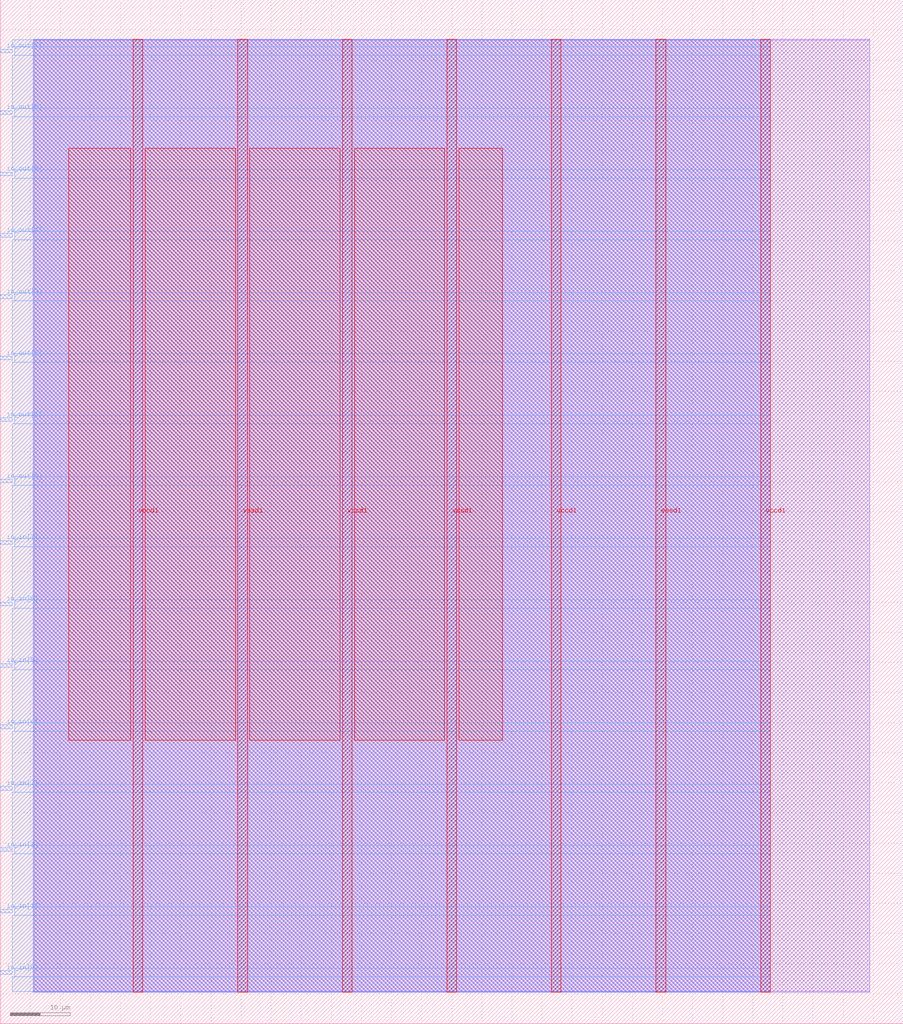
<source format=lef>
VERSION 5.7 ;
  NOWIREEXTENSIONATPIN ON ;
  DIVIDERCHAR "/" ;
  BUSBITCHARS "[]" ;
MACRO regymm_mcpi
  CLASS BLOCK ;
  FOREIGN regymm_mcpi ;
  ORIGIN 0.000 0.000 ;
  SIZE 150.000 BY 170.000 ;
  PIN io_in[0]
    DIRECTION INPUT ;
    USE SIGNAL ;
    PORT
      LAYER met3 ;
        RECT 0.000 8.200 2.000 8.800 ;
    END
  END io_in[0]
  PIN io_in[1]
    DIRECTION INPUT ;
    USE SIGNAL ;
    PORT
      LAYER met3 ;
        RECT 0.000 18.400 2.000 19.000 ;
    END
  END io_in[1]
  PIN io_in[2]
    DIRECTION INPUT ;
    USE SIGNAL ;
    PORT
      LAYER met3 ;
        RECT 0.000 28.600 2.000 29.200 ;
    END
  END io_in[2]
  PIN io_in[3]
    DIRECTION INPUT ;
    USE SIGNAL ;
    PORT
      LAYER met3 ;
        RECT 0.000 38.800 2.000 39.400 ;
    END
  END io_in[3]
  PIN io_in[4]
    DIRECTION INPUT ;
    USE SIGNAL ;
    PORT
      LAYER met3 ;
        RECT 0.000 49.000 2.000 49.600 ;
    END
  END io_in[4]
  PIN io_in[5]
    DIRECTION INPUT ;
    USE SIGNAL ;
    PORT
      LAYER met3 ;
        RECT 0.000 59.200 2.000 59.800 ;
    END
  END io_in[5]
  PIN io_in[6]
    DIRECTION INPUT ;
    USE SIGNAL ;
    PORT
      LAYER met3 ;
        RECT 0.000 69.400 2.000 70.000 ;
    END
  END io_in[6]
  PIN io_in[7]
    DIRECTION INPUT ;
    USE SIGNAL ;
    PORT
      LAYER met3 ;
        RECT 0.000 79.600 2.000 80.200 ;
    END
  END io_in[7]
  PIN io_out[0]
    DIRECTION OUTPUT TRISTATE ;
    USE SIGNAL ;
    PORT
      LAYER met3 ;
        RECT 0.000 89.800 2.000 90.400 ;
    END
  END io_out[0]
  PIN io_out[1]
    DIRECTION OUTPUT TRISTATE ;
    USE SIGNAL ;
    PORT
      LAYER met3 ;
        RECT 0.000 100.000 2.000 100.600 ;
    END
  END io_out[1]
  PIN io_out[2]
    DIRECTION OUTPUT TRISTATE ;
    USE SIGNAL ;
    PORT
      LAYER met3 ;
        RECT 0.000 110.200 2.000 110.800 ;
    END
  END io_out[2]
  PIN io_out[3]
    DIRECTION OUTPUT TRISTATE ;
    USE SIGNAL ;
    PORT
      LAYER met3 ;
        RECT 0.000 120.400 2.000 121.000 ;
    END
  END io_out[3]
  PIN io_out[4]
    DIRECTION OUTPUT TRISTATE ;
    USE SIGNAL ;
    PORT
      LAYER met3 ;
        RECT 0.000 130.600 2.000 131.200 ;
    END
  END io_out[4]
  PIN io_out[5]
    DIRECTION OUTPUT TRISTATE ;
    USE SIGNAL ;
    PORT
      LAYER met3 ;
        RECT 0.000 140.800 2.000 141.400 ;
    END
  END io_out[5]
  PIN io_out[6]
    DIRECTION OUTPUT TRISTATE ;
    USE SIGNAL ;
    PORT
      LAYER met3 ;
        RECT 0.000 151.000 2.000 151.600 ;
    END
  END io_out[6]
  PIN io_out[7]
    DIRECTION OUTPUT TRISTATE ;
    USE SIGNAL ;
    PORT
      LAYER met3 ;
        RECT 0.000 161.200 2.000 161.800 ;
    END
  END io_out[7]
  PIN vccd1
    DIRECTION INOUT ;
    USE POWER ;
    PORT
      LAYER met4 ;
        RECT 22.090 5.200 23.690 163.440 ;
    END
    PORT
      LAYER met4 ;
        RECT 56.830 5.200 58.430 163.440 ;
    END
    PORT
      LAYER met4 ;
        RECT 91.570 5.200 93.170 163.440 ;
    END
    PORT
      LAYER met4 ;
        RECT 126.310 5.200 127.910 163.440 ;
    END
  END vccd1
  PIN vssd1
    DIRECTION INOUT ;
    USE GROUND ;
    PORT
      LAYER met4 ;
        RECT 39.460 5.200 41.060 163.440 ;
    END
    PORT
      LAYER met4 ;
        RECT 74.200 5.200 75.800 163.440 ;
    END
    PORT
      LAYER met4 ;
        RECT 108.940 5.200 110.540 163.440 ;
    END
  END vssd1
  OBS
      LAYER li1 ;
        RECT 5.520 5.355 144.440 163.285 ;
      LAYER met1 ;
        RECT 5.520 5.200 144.440 163.440 ;
      LAYER met2 ;
        RECT 5.620 5.255 127.880 163.385 ;
      LAYER met3 ;
        RECT 2.000 162.200 127.900 163.365 ;
        RECT 2.400 160.800 127.900 162.200 ;
        RECT 2.000 152.000 127.900 160.800 ;
        RECT 2.400 150.600 127.900 152.000 ;
        RECT 2.000 141.800 127.900 150.600 ;
        RECT 2.400 140.400 127.900 141.800 ;
        RECT 2.000 131.600 127.900 140.400 ;
        RECT 2.400 130.200 127.900 131.600 ;
        RECT 2.000 121.400 127.900 130.200 ;
        RECT 2.400 120.000 127.900 121.400 ;
        RECT 2.000 111.200 127.900 120.000 ;
        RECT 2.400 109.800 127.900 111.200 ;
        RECT 2.000 101.000 127.900 109.800 ;
        RECT 2.400 99.600 127.900 101.000 ;
        RECT 2.000 90.800 127.900 99.600 ;
        RECT 2.400 89.400 127.900 90.800 ;
        RECT 2.000 80.600 127.900 89.400 ;
        RECT 2.400 79.200 127.900 80.600 ;
        RECT 2.000 70.400 127.900 79.200 ;
        RECT 2.400 69.000 127.900 70.400 ;
        RECT 2.000 60.200 127.900 69.000 ;
        RECT 2.400 58.800 127.900 60.200 ;
        RECT 2.000 50.000 127.900 58.800 ;
        RECT 2.400 48.600 127.900 50.000 ;
        RECT 2.000 39.800 127.900 48.600 ;
        RECT 2.400 38.400 127.900 39.800 ;
        RECT 2.000 29.600 127.900 38.400 ;
        RECT 2.400 28.200 127.900 29.600 ;
        RECT 2.000 19.400 127.900 28.200 ;
        RECT 2.400 18.000 127.900 19.400 ;
        RECT 2.000 9.200 127.900 18.000 ;
        RECT 2.400 7.800 127.900 9.200 ;
        RECT 2.000 5.275 127.900 7.800 ;
      LAYER met4 ;
        RECT 11.335 47.095 21.690 145.345 ;
        RECT 24.090 47.095 39.060 145.345 ;
        RECT 41.460 47.095 56.430 145.345 ;
        RECT 58.830 47.095 73.800 145.345 ;
        RECT 76.200 47.095 83.425 145.345 ;
  END
END regymm_mcpi
END LIBRARY


</source>
